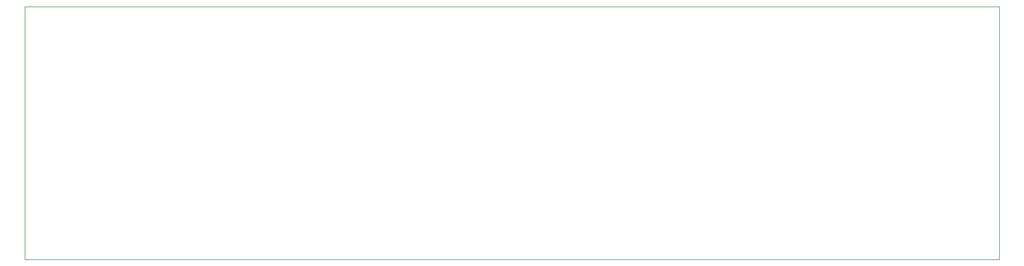
<source format=gbr>
%TF.GenerationSoftware,KiCad,Pcbnew,(5.1.9)-1*%
%TF.CreationDate,2021-05-21T14:20:41+01:00*%
%TF.ProjectId,BreakoutV1.0_,42726561-6b6f-4757-9456-312e305f2e6b,rev?*%
%TF.SameCoordinates,Original*%
%TF.FileFunction,Profile,NP*%
%FSLAX46Y46*%
G04 Gerber Fmt 4.6, Leading zero omitted, Abs format (unit mm)*
G04 Created by KiCad (PCBNEW (5.1.9)-1) date 2021-05-21 14:20:41*
%MOMM*%
%LPD*%
G01*
G04 APERTURE LIST*
%TA.AperFunction,Profile*%
%ADD10C,0.050000*%
%TD*%
G04 APERTURE END LIST*
D10*
X47269400Y-15506700D02*
X197269400Y-15506700D01*
X47269400Y-15506700D02*
X47269400Y-54506700D01*
X197269400Y-15506700D02*
X197269400Y-54506700D01*
X47269400Y-54506700D02*
X197269400Y-54506700D01*
M02*

</source>
